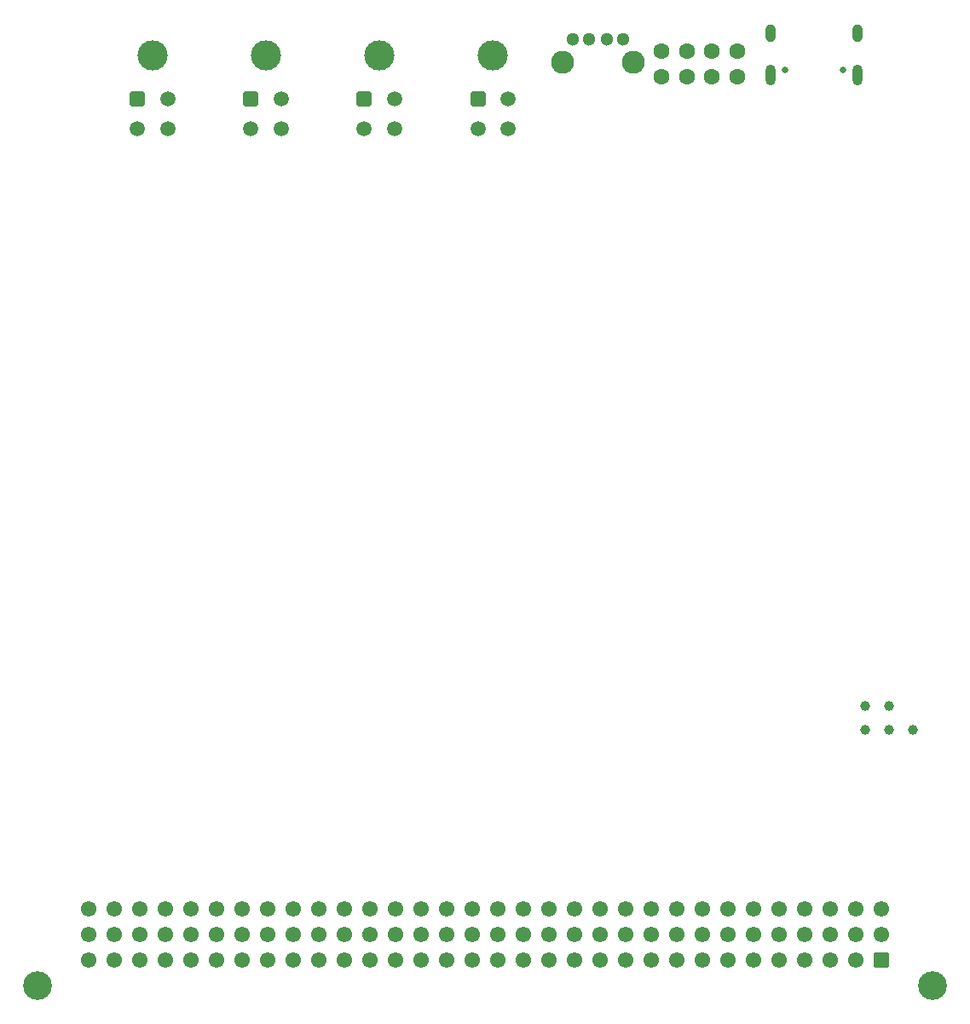
<source format=gbr>
%TF.GenerationSoftware,KiCad,Pcbnew,9.0.2-9.0.2-0~ubuntu24.04.1*%
%TF.CreationDate,2025-05-28T16:11:51+00:00*%
%TF.ProjectId,gpio-module,6770696f-2d6d-46f6-9475-6c652e6b6963,1.0.0*%
%TF.SameCoordinates,Original*%
%TF.FileFunction,Soldermask,Bot*%
%TF.FilePolarity,Negative*%
%FSLAX46Y46*%
G04 Gerber Fmt 4.6, Leading zero omitted, Abs format (unit mm)*
G04 Created by KiCad (PCBNEW 9.0.2-9.0.2-0~ubuntu24.04.1) date 2025-05-28 16:11:51*
%MOMM*%
%LPD*%
G01*
G04 APERTURE LIST*
G04 Aperture macros list*
%AMRoundRect*
0 Rectangle with rounded corners*
0 $1 Rounding radius*
0 $2 $3 $4 $5 $6 $7 $8 $9 X,Y pos of 4 corners*
0 Add a 4 corners polygon primitive as box body*
4,1,4,$2,$3,$4,$5,$6,$7,$8,$9,$2,$3,0*
0 Add four circle primitives for the rounded corners*
1,1,$1+$1,$2,$3*
1,1,$1+$1,$4,$5*
1,1,$1+$1,$6,$7*
1,1,$1+$1,$8,$9*
0 Add four rect primitives between the rounded corners*
20,1,$1+$1,$2,$3,$4,$5,0*
20,1,$1+$1,$4,$5,$6,$7,0*
20,1,$1+$1,$6,$7,$8,$9,0*
20,1,$1+$1,$8,$9,$2,$3,0*%
G04 Aperture macros list end*
%ADD10C,1.600000*%
%ADD11C,3.000000*%
%ADD12RoundRect,0.250001X-0.499999X-0.499999X0.499999X-0.499999X0.499999X0.499999X-0.499999X0.499999X0*%
%ADD13C,1.500000*%
%ADD14C,1.300000*%
%ADD15C,2.286000*%
%ADD16C,0.650000*%
%ADD17O,1.000000X2.100000*%
%ADD18O,1.000000X1.800000*%
%ADD19C,2.850000*%
%ADD20RoundRect,0.249999X0.525001X0.525001X-0.525001X0.525001X-0.525001X-0.525001X0.525001X-0.525001X0*%
%ADD21C,1.550000*%
%ADD22C,1.000000*%
G04 APERTURE END LIST*
D10*
%TO.C,LED300*%
X106863600Y-55785000D03*
X109403600Y-55785000D03*
X106863600Y-58325000D03*
X109403600Y-58325000D03*
%TD*%
D11*
%TO.C,J8*%
X90170000Y-56150001D03*
D12*
X88670000Y-60470001D03*
D13*
X91670000Y-60470001D03*
X88670000Y-63470001D03*
X91670000Y-63470001D03*
%TD*%
D14*
%TO.C,BTN400*%
X103079415Y-54584163D03*
X101449415Y-54584163D03*
X99709415Y-54584163D03*
X98079415Y-54584163D03*
D15*
X104079415Y-56834163D03*
X97079415Y-56834163D03*
%TD*%
D11*
%TO.C,J11*%
X56370000Y-56150001D03*
D12*
X54870000Y-60470001D03*
D13*
X57870000Y-60470001D03*
X54870000Y-63470001D03*
X57870000Y-63470001D03*
%TD*%
D11*
%TO.C,J9*%
X78870000Y-56150001D03*
D12*
X77370000Y-60470001D03*
D13*
X80370000Y-60470001D03*
X77370000Y-63470001D03*
X80370000Y-63470001D03*
%TD*%
D16*
%TO.C,J800*%
X124940000Y-57640000D03*
X119160000Y-57640000D03*
D17*
X126370000Y-58140000D03*
D18*
X126370000Y-53960000D03*
D17*
X117730000Y-58140000D03*
D18*
X117730000Y-53960000D03*
%TD*%
D19*
%TO.C,J200*%
X133820000Y-148515000D03*
X44920000Y-148515000D03*
D20*
X128740000Y-145975000D03*
D21*
X126200000Y-145975000D03*
X123660000Y-145975000D03*
X121120000Y-145975000D03*
X118580000Y-145975000D03*
X116040000Y-145975000D03*
X113500000Y-145975000D03*
X110960000Y-145975000D03*
X108420000Y-145975000D03*
X105880000Y-145975000D03*
X103340000Y-145975000D03*
X100800000Y-145975000D03*
X98260000Y-145975000D03*
X95720000Y-145975000D03*
X93180000Y-145975000D03*
X90640000Y-145975000D03*
X88100000Y-145975000D03*
X85560000Y-145975000D03*
X83020000Y-145975000D03*
X80480000Y-145975000D03*
X77940000Y-145975000D03*
X75400000Y-145975000D03*
X72860000Y-145975000D03*
X70320000Y-145975000D03*
X67780000Y-145975000D03*
X65240000Y-145975000D03*
X62700000Y-145975000D03*
X60160000Y-145975000D03*
X57620000Y-145975000D03*
X55080000Y-145975000D03*
X52540000Y-145975000D03*
X50000000Y-145975000D03*
X128740000Y-143435000D03*
X126200000Y-143435000D03*
X123660000Y-143435000D03*
X121120000Y-143435000D03*
X118580000Y-143435000D03*
X116040000Y-143435000D03*
X113500000Y-143435000D03*
X110960000Y-143435000D03*
X108420000Y-143435000D03*
X105880000Y-143435000D03*
X103340000Y-143435000D03*
X100800000Y-143435000D03*
X98260000Y-143435000D03*
X95720000Y-143435000D03*
X93180000Y-143435000D03*
X90640000Y-143435000D03*
X88100000Y-143435000D03*
X85560000Y-143435000D03*
X83020000Y-143435000D03*
X80480000Y-143435000D03*
X77940000Y-143435000D03*
X75400000Y-143435000D03*
X72860000Y-143435000D03*
X70320000Y-143435000D03*
X67780000Y-143435000D03*
X65240000Y-143435000D03*
X62700000Y-143435000D03*
X60160000Y-143435000D03*
X57620000Y-143435000D03*
X55080000Y-143435000D03*
X52540000Y-143435000D03*
X50000000Y-143435000D03*
X128740000Y-140895000D03*
X126200000Y-140895000D03*
X123660000Y-140895000D03*
X121120000Y-140895000D03*
X118580000Y-140895000D03*
X116040000Y-140895000D03*
X113500000Y-140895000D03*
X110960000Y-140895000D03*
X108420000Y-140895000D03*
X105880000Y-140895000D03*
X103340000Y-140895000D03*
X100800000Y-140895000D03*
X98260000Y-140895000D03*
X95720000Y-140895000D03*
X93180000Y-140895000D03*
X90640000Y-140895000D03*
X88100000Y-140895000D03*
X85560000Y-140895000D03*
X83020000Y-140895000D03*
X80480000Y-140895000D03*
X77940000Y-140895000D03*
X75400000Y-140895000D03*
X72860000Y-140895000D03*
X70320000Y-140895000D03*
X67780000Y-140895000D03*
X65240000Y-140895000D03*
X62700000Y-140895000D03*
X60160000Y-140895000D03*
X57620000Y-140895000D03*
X55080000Y-140895000D03*
X52540000Y-140895000D03*
X50000000Y-140895000D03*
%TD*%
D11*
%TO.C,J10*%
X67620000Y-56150001D03*
D12*
X66120000Y-60470001D03*
D13*
X69120000Y-60470001D03*
X66120000Y-63470001D03*
X69120000Y-63470001D03*
%TD*%
D10*
%TO.C,LED301*%
X111913600Y-55785000D03*
X114453600Y-55785000D03*
X111913600Y-58325000D03*
X114453600Y-58325000D03*
%TD*%
D22*
%TO.C,TP704*%
X127100000Y-123175000D03*
%TD*%
%TO.C,TP706*%
X131900000Y-123175000D03*
%TD*%
%TO.C,TP703*%
X129500000Y-120775000D03*
%TD*%
%TO.C,TP702*%
X127100000Y-120775000D03*
%TD*%
%TO.C,TP705*%
X129500000Y-123175000D03*
%TD*%
M02*

</source>
